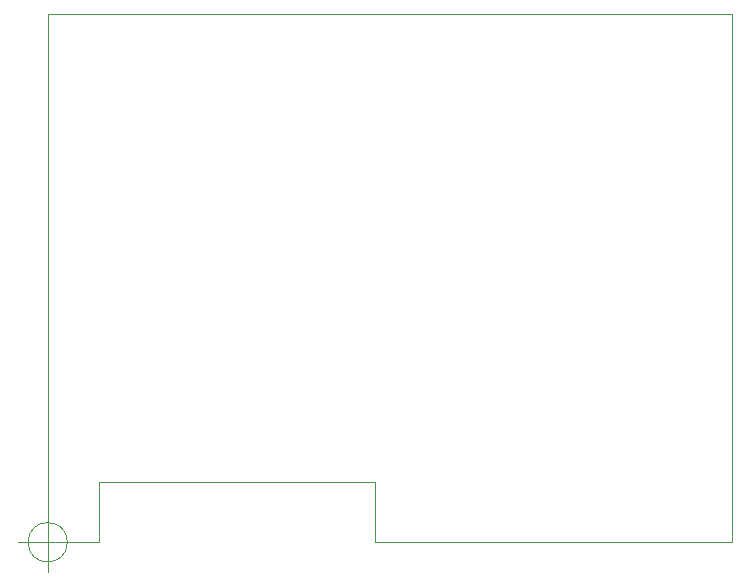
<source format=gbr>
%TF.GenerationSoftware,KiCad,Pcbnew,(5.1.12-1-10_14)*%
%TF.CreationDate,2022-04-05T22:08:35+02:00*%
%TF.ProjectId,SmartDisplay,536d6172-7444-4697-9370-6c61792e6b69,rev?*%
%TF.SameCoordinates,Original*%
%TF.FileFunction,Profile,NP*%
%FSLAX46Y46*%
G04 Gerber Fmt 4.6, Leading zero omitted, Abs format (unit mm)*
G04 Created by KiCad (PCBNEW (5.1.12-1-10_14)) date 2022-04-05 22:08:35*
%MOMM*%
%LPD*%
G01*
G04 APERTURE LIST*
%TA.AperFunction,Profile*%
%ADD10C,0.050000*%
%TD*%
G04 APERTURE END LIST*
D10*
X127000000Y-121920000D02*
X127000000Y-77216000D01*
X131318000Y-116840000D02*
X131318000Y-121920000D01*
X154686000Y-116840000D02*
X154686000Y-121920000D01*
X184912000Y-121920000D02*
X184912000Y-77216000D01*
X127000000Y-77216000D02*
X184912000Y-77216000D01*
X131318000Y-116840000D02*
X154686000Y-116840000D01*
X128666666Y-121920000D02*
G75*
G03*
X128666666Y-121920000I-1666666J0D01*
G01*
X124500000Y-121920000D02*
X129500000Y-121920000D01*
X127000000Y-119420000D02*
X127000000Y-124420000D01*
X154686000Y-121920000D02*
X184912000Y-121920000D01*
X127000000Y-121920000D02*
X131318000Y-121920000D01*
M02*

</source>
